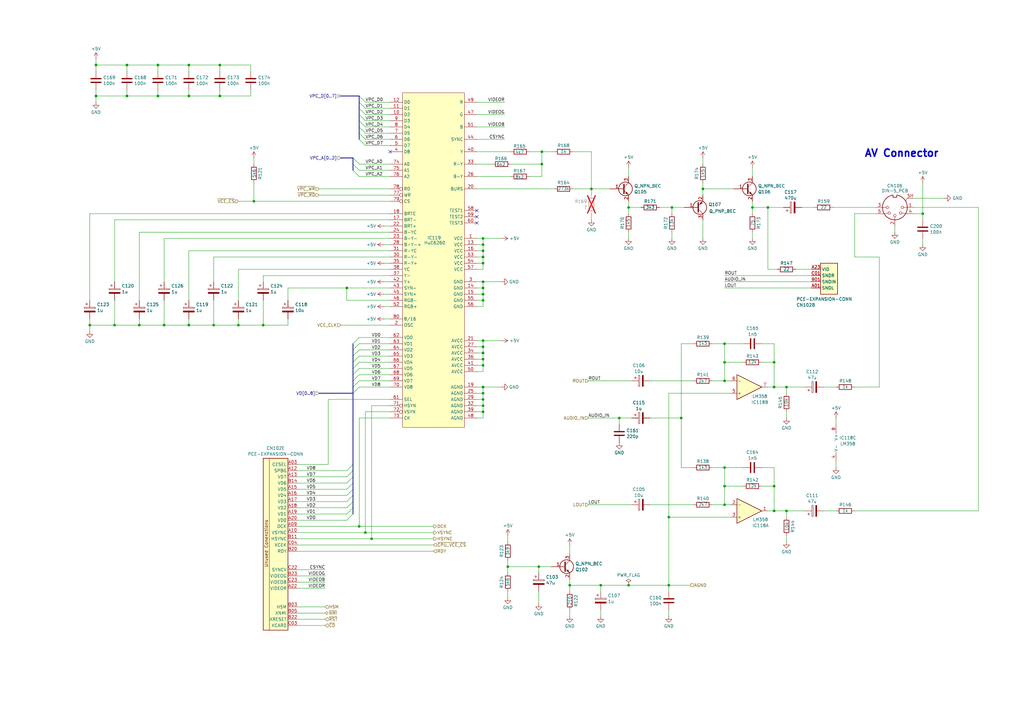
<source format=kicad_sch>
(kicad_sch (version 20231120) (generator "eeschema") (generator_version "8.0")
  (paper "A3")
  (title_block (title "PC-Engine SuperGrafx Schematics") (date "2024-04-18") (rev "0.1") (company "Author: Regis Galland") (comment 1 "Reversed Engineered Schematics from actual PCB"))
  (junction (at 198.12 161.29))
  (junction (at 90.17 26.67))
  (junction (at 297.18 199.39))
  (junction (at 52.07 26.67))
  (junction (at 198.12 107.95))
  (junction (at 254 171.45))
  (junction (at 64.77 39.37))
  (junction (at 297.18 191.77))
  (junction (at 222.25 67.31))
  (junction (at 274.32 212.09))
  (junction (at 297.18 156.21))
  (junction (at 90.17 39.37))
  (junction (at 246.38 240.03))
  (junction (at 317.5 148.59))
  (junction (at 77.47 39.37))
  (junction (at 220.98 232.41))
  (junction (at 198.12 115.57))
  (junction (at 39.37 26.67))
  (junction (at 257.81 85.09))
  (junction (at 378.46 87.63))
  (junction (at 198.12 147.32))
  (junction (at 198.12 166.37))
  (junction (at 274.32 240.03))
  (junction (at 152.4 220.98))
  (junction (at 208.28 232.41))
  (junction (at 308.61 85.09))
  (junction (at 198.12 163.83))
  (junction (at 317.5 158.75))
  (junction (at 198.12 97.79))
  (junction (at 198.12 118.11))
  (junction (at 198.12 102.87))
  (junction (at 198.12 139.7))
  (junction (at 97.79 133.35))
  (junction (at 64.77 26.67))
  (junction (at 297.18 207.01))
  (junction (at 198.12 149.86))
  (junction (at 142.24 118.11))
  (junction (at 39.37 39.37))
  (junction (at 322.58 158.75))
  (junction (at 67.31 133.35))
  (junction (at 87.63 133.35))
  (junction (at 257.81 240.03))
  (junction (at 317.5 209.55))
  (junction (at 317.5 199.39))
  (junction (at 149.86 218.44))
  (junction (at 46.99 133.35))
  (junction (at 198.12 123.19))
  (junction (at 198.12 100.33))
  (junction (at 275.59 85.09))
  (junction (at 77.47 26.67))
  (junction (at 297.18 148.59))
  (junction (at 242.57 77.47))
  (junction (at 198.12 105.41))
  (junction (at 198.12 144.78))
  (junction (at 147.32 215.9))
  (junction (at 279.4 171.45))
  (junction (at 57.15 133.35))
  (junction (at 52.07 39.37))
  (junction (at 198.12 142.24))
  (junction (at 198.12 120.65))
  (junction (at 233.68 240.03))
  (junction (at 36.83 133.35))
  (junction (at 107.95 133.35))
  (junction (at 314.96 85.09))
  (junction (at 198.12 168.91))
  (junction (at 222.25 62.23))
  (junction (at 104.14 82.55))
  (junction (at 288.29 77.47))
  (junction (at 77.47 133.35))
  (junction (at 297.18 140.97))
  (junction (at 322.58 209.55))
  (junction (at 198.12 158.75))
  (no_connect (at 195.58 91.44))
  (no_connect (at 160.02 62.23))
  (no_connect (at 195.58 88.9))
  (no_connect (at 195.58 86.36))
  (bus_entry (at 147.32 138.43) (size -2.54 2.54))
  (bus_entry (at 147.32 54.61) (size 2.54 2.54))
  (bus_entry (at 147.32 49.53) (size 2.54 2.54))
  (bus_entry (at 147.32 39.37) (size 2.54 2.54))
  (bus_entry (at 142.24 208.28) (size 2.54 -2.54))
  (bus_entry (at 147.32 57.15) (size 2.54 2.54))
  (bus_entry (at 147.32 143.51) (size -2.54 2.54))
  (bus_entry (at 147.32 41.91) (size 2.54 2.54))
  (bus_entry (at 142.24 213.36) (size 2.54 -2.54))
  (bus_entry (at 142.24 203.2) (size 2.54 -2.54))
  (bus_entry (at 147.32 46.99) (size 2.54 2.54))
  (bus_entry (at 147.32 156.21) (size -2.54 2.54))
  (bus_entry (at 142.24 210.82) (size 2.54 -2.54))
  (bus_entry (at 147.32 151.13) (size -2.54 2.54))
  (bus_entry (at 147.32 146.05) (size -2.54 2.54))
  (bus_entry (at 142.24 205.74) (size 2.54 -2.54))
  (bus_entry (at 147.32 153.67) (size -2.54 2.54))
  (bus_entry (at 142.24 198.12) (size 2.54 -2.54))
  (bus_entry (at 147.32 67.31) (size -2.54 -2.54))
  (bus_entry (at 147.32 140.97) (size -2.54 2.54))
  (bus_entry (at 147.32 69.85) (size -2.54 -2.54))
  (bus_entry (at 147.32 44.45) (size 2.54 2.54))
  (bus_entry (at 147.32 158.75) (size -2.54 2.54))
  (bus_entry (at 147.32 52.07) (size 2.54 2.54))
  (bus_entry (at 147.32 148.59) (size -2.54 2.54))
  (bus_entry (at 142.24 193.04) (size 2.54 -2.54))
  (bus_entry (at 142.24 195.58) (size 2.54 -2.54))
  (bus_entry (at 147.32 72.39) (size -2.54 -2.54))
  (bus_entry (at 142.24 200.66) (size 2.54 -2.54))
  (wire (pts (xy 67.31 97.79) (xy 160.02 97.79)))
  (wire (pts (xy 297.18 207.01) (xy 297.18 199.39)))
  (bus (pts (xy 144.78 146.05) (xy 144.78 148.59)))
  (wire (pts (xy 195.58 120.65) (xy 198.12 120.65)))
  (wire (pts (xy 102.87 39.37) (xy 102.87 36.83)))
  (wire (pts (xy 322.58 209.55) (xy 322.58 212.09)))
  (wire (pts (xy 317.5 140.97) (xy 312.42 140.97)))
  (wire (pts (xy 195.58 118.11) (xy 198.12 118.11)))
  (wire (pts (xy 64.77 26.67) (xy 64.77 29.21)))
  (wire (pts (xy 77.47 39.37) (xy 77.47 36.83)))
  (bus (pts (xy 147.32 39.37) (xy 147.32 41.91)))
  (wire (pts (xy 160.02 123.19) (xy 142.24 123.19)))
  (wire (pts (xy 378.46 74.93) (xy 378.46 87.63)))
  (wire (pts (xy 246.38 242.57) (xy 246.38 240.03)))
  (bus (pts (xy 144.78 198.12) (xy 144.78 195.58)))
  (wire (pts (xy 133.35 238.76) (xy 121.92 238.76)))
  (wire (pts (xy 401.32 85.09) (xy 401.32 209.55)))
  (wire (pts (xy 195.58 97.79) (xy 198.12 97.79)))
  (wire (pts (xy 142.24 198.12) (xy 121.92 198.12)))
  (bus (pts (xy 147.32 49.53) (xy 147.32 52.07)))
  (wire (pts (xy 304.8 148.59) (xy 297.18 148.59)))
  (wire (pts (xy 222.25 62.23) (xy 227.33 62.23)))
  (wire (pts (xy 341.63 85.09) (xy 359.41 85.09)))
  (wire (pts (xy 342.9 171.45) (xy 342.9 173.99)))
  (wire (pts (xy 297.18 140.97) (xy 297.18 148.59)))
  (wire (pts (xy 274.32 240.03) (xy 283.21 240.03)))
  (wire (pts (xy 139.7 133.35) (xy 160.02 133.35)))
  (wire (pts (xy 208.28 245.11) (xy 208.28 242.57)))
  (wire (pts (xy 374.65 85.09) (xy 401.32 85.09)))
  (wire (pts (xy 233.68 240.03) (xy 233.68 242.57)))
  (wire (pts (xy 152.4 166.37) (xy 152.4 220.98)))
  (wire (pts (xy 36.83 133.35) (xy 36.83 135.89)))
  (wire (pts (xy 134.62 190.5) (xy 134.62 163.83)))
  (wire (pts (xy 208.28 229.87) (xy 208.28 232.41)))
  (wire (pts (xy 274.32 212.09) (xy 299.72 212.09)))
  (wire (pts (xy 133.35 248.92) (xy 121.92 248.92)))
  (wire (pts (xy 39.37 39.37) (xy 52.07 39.37)))
  (wire (pts (xy 220.98 232.41) (xy 220.98 234.95)))
  (wire (pts (xy 226.06 232.41) (xy 220.98 232.41)))
  (wire (pts (xy 198.12 120.65) (xy 198.12 118.11)))
  (wire (pts (xy 208.28 232.41) (xy 220.98 232.41)))
  (bus (pts (xy 144.78 153.67) (xy 144.78 156.21)))
  (wire (pts (xy 149.86 57.15) (xy 160.02 57.15)))
  (wire (pts (xy 147.32 215.9) (xy 147.32 171.45)))
  (wire (pts (xy 90.17 29.21) (xy 90.17 26.67)))
  (wire (pts (xy 350.52 158.75) (xy 360.68 158.75)))
  (wire (pts (xy 195.58 123.19) (xy 198.12 123.19)))
  (wire (pts (xy 52.07 26.67) (xy 52.07 29.21)))
  (bus (pts (xy 144.78 151.13) (xy 144.78 153.67)))
  (wire (pts (xy 367.03 92.71) (xy 367.03 95.25)))
  (wire (pts (xy 342.9 209.55) (xy 337.82 209.55)))
  (wire (pts (xy 195.58 107.95) (xy 198.12 107.95)))
  (wire (pts (xy 279.4 171.45) (xy 266.7 171.45)))
  (wire (pts (xy 133.35 241.3) (xy 121.92 241.3)))
  (wire (pts (xy 195.58 110.49) (xy 198.12 110.49)))
  (wire (pts (xy 130.81 80.01) (xy 160.02 80.01)))
  (wire (pts (xy 157.48 125.73) (xy 160.02 125.73)))
  (wire (pts (xy 322.58 158.75) (xy 317.5 158.75)))
  (wire (pts (xy 350.52 87.63) (xy 350.52 105.41)))
  (wire (pts (xy 257.81 85.09) (xy 262.89 85.09)))
  (wire (pts (xy 208.28 232.41) (xy 208.28 234.95)))
  (wire (pts (xy 46.99 133.35) (xy 36.83 133.35)))
  (wire (pts (xy 147.32 146.05) (xy 160.02 146.05)))
  (wire (pts (xy 118.11 118.11) (xy 142.24 118.11)))
  (wire (pts (xy 107.95 123.19) (xy 107.95 133.35)))
  (wire (pts (xy 195.58 142.24) (xy 198.12 142.24)))
  (wire (pts (xy 198.12 149.86) (xy 198.12 147.32)))
  (bus (pts (xy 144.78 200.66) (xy 144.78 198.12)))
  (wire (pts (xy 198.12 163.83) (xy 198.12 161.29)))
  (wire (pts (xy 147.32 148.59) (xy 160.02 148.59)))
  (wire (pts (xy 97.79 82.55) (xy 104.14 82.55)))
  (wire (pts (xy 257.81 240.03) (xy 274.32 240.03)))
  (wire (pts (xy 222.25 62.23) (xy 222.25 67.31)))
  (wire (pts (xy 118.11 130.81) (xy 118.11 133.35)))
  (wire (pts (xy 142.24 123.19) (xy 142.24 118.11)))
  (wire (pts (xy 142.24 195.58) (xy 121.92 195.58)))
  (wire (pts (xy 57.15 133.35) (xy 46.99 133.35)))
  (wire (pts (xy 147.32 143.51) (xy 160.02 143.51)))
  (wire (pts (xy 297.18 118.11) (xy 332.74 118.11)))
  (wire (pts (xy 147.32 69.85) (xy 160.02 69.85)))
  (wire (pts (xy 317.5 199.39) (xy 317.5 209.55)))
  (wire (pts (xy 326.39 110.49) (xy 332.74 110.49)))
  (wire (pts (xy 314.96 110.49) (xy 314.96 85.09)))
  (wire (pts (xy 195.58 67.31) (xy 201.93 67.31)))
  (bus (pts (xy 144.78 161.29) (xy 130.81 161.29)))
  (wire (pts (xy 107.95 113.03) (xy 107.95 115.57)))
  (wire (pts (xy 177.8 223.52) (xy 121.92 223.52)))
  (wire (pts (xy 152.4 220.98) (xy 177.8 220.98)))
  (wire (pts (xy 90.17 39.37) (xy 102.87 39.37)))
  (wire (pts (xy 297.18 156.21) (xy 297.18 148.59)))
  (wire (pts (xy 157.48 92.71) (xy 160.02 92.71)))
  (wire (pts (xy 67.31 133.35) (xy 57.15 133.35)))
  (wire (pts (xy 198.12 115.57) (xy 205.74 115.57)))
  (wire (pts (xy 157.48 100.33) (xy 160.02 100.33)))
  (wire (pts (xy 36.83 87.63) (xy 36.83 123.19)))
  (bus (pts (xy 144.78 208.28) (xy 144.78 205.74)))
  (wire (pts (xy 160.02 105.41) (xy 87.63 105.41)))
  (wire (pts (xy 90.17 36.83) (xy 90.17 39.37)))
  (wire (pts (xy 52.07 39.37) (xy 52.07 36.83)))
  (wire (pts (xy 284.48 207.01) (xy 266.7 207.01)))
  (bus (pts (xy 139.7 64.77) (xy 144.78 64.77)))
  (wire (pts (xy 142.24 213.36) (xy 121.92 213.36)))
  (wire (pts (xy 299.72 161.29) (xy 274.32 161.29)))
  (wire (pts (xy 160.02 166.37) (xy 152.4 166.37)))
  (wire (pts (xy 279.4 171.45) (xy 279.4 191.77)))
  (wire (pts (xy 242.57 77.47) (xy 242.57 80.01)))
  (wire (pts (xy 147.32 151.13) (xy 160.02 151.13)))
  (wire (pts (xy 297.18 207.01) (xy 292.1 207.01)))
  (wire (pts (xy 207.01 52.07) (xy 195.58 52.07)))
  (wire (pts (xy 198.12 139.7) (xy 205.74 139.7)))
  (wire (pts (xy 297.18 156.21) (xy 292.1 156.21)))
  (wire (pts (xy 195.58 158.75) (xy 198.12 158.75)))
  (wire (pts (xy 195.58 149.86) (xy 198.12 149.86)))
  (wire (pts (xy 322.58 219.71) (xy 322.58 222.25)))
  (wire (pts (xy 220.98 242.57) (xy 220.98 247.65)))
  (bus (pts (xy 144.78 158.75) (xy 144.78 161.29)))
  (wire (pts (xy 39.37 39.37) (xy 39.37 36.83)))
  (wire (pts (xy 195.58 161.29) (xy 198.12 161.29)))
  (wire (pts (xy 195.58 62.23) (xy 209.55 62.23)))
  (wire (pts (xy 378.46 97.79) (xy 378.46 100.33)))
  (wire (pts (xy 133.35 233.68) (xy 121.92 233.68)))
  (bus (pts (xy 147.32 54.61) (xy 147.32 57.15)))
  (wire (pts (xy 246.38 240.03) (xy 257.81 240.03)))
  (wire (pts (xy 130.81 77.47) (xy 160.02 77.47)))
  (wire (pts (xy 317.5 148.59) (xy 312.42 148.59)))
  (wire (pts (xy 317.5 191.77) (xy 312.42 191.77)))
  (wire (pts (xy 350.52 209.55) (xy 401.32 209.55)))
  (wire (pts (xy 317.5 148.59) (xy 317.5 158.75)))
  (wire (pts (xy 314.96 209.55) (xy 317.5 209.55)))
  (wire (pts (xy 149.86 59.69) (xy 160.02 59.69)))
  (wire (pts (xy 330.2 158.75) (xy 322.58 158.75)))
  (wire (pts (xy 149.86 54.61) (xy 160.02 54.61)))
  (wire (pts (xy 134.62 163.83) (xy 160.02 163.83)))
  (wire (pts (xy 288.29 80.01) (xy 288.29 77.47)))
  (wire (pts (xy 288.29 90.17) (xy 288.29 97.79)))
  (wire (pts (xy 274.32 240.03) (xy 274.32 242.57)))
  (wire (pts (xy 195.58 144.78) (xy 198.12 144.78)))
  (wire (pts (xy 147.32 153.67) (xy 160.02 153.67)))
  (wire (pts (xy 322.58 209.55) (xy 317.5 209.55)))
  (wire (pts (xy 317.5 158.75) (xy 314.96 158.75)))
  (wire (pts (xy 142.24 205.74) (xy 121.92 205.74)))
  (wire (pts (xy 133.35 236.22) (xy 121.92 236.22)))
  (wire (pts (xy 87.63 133.35) (xy 87.63 123.19)))
  (wire (pts (xy 317.5 191.77) (xy 317.5 199.39)))
  (wire (pts (xy 157.48 120.65) (xy 160.02 120.65)))
  (wire (pts (xy 246.38 250.19) (xy 246.38 252.73)))
  (wire (pts (xy 207.01 46.99) (xy 195.58 46.99)))
  (wire (pts (xy 374.65 87.63) (xy 378.46 87.63)))
  (wire (pts (xy 234.95 62.23) (xy 242.57 62.23)))
  (bus (pts (xy 144.78 161.29) (xy 144.78 190.5)))
  (wire (pts (xy 133.35 251.46) (xy 121.92 251.46)))
  (wire (pts (xy 195.58 77.47) (xy 227.33 77.47)))
  (wire (pts (xy 198.12 158.75) (xy 205.74 158.75)))
  (wire (pts (xy 97.79 130.81) (xy 97.79 133.35)))
  (bus (pts (xy 144.78 148.59) (xy 144.78 151.13)))
  (wire (pts (xy 360.68 105.41) (xy 360.68 158.75)))
  (bus (pts (xy 144.78 195.58) (xy 144.78 193.04)))
  (wire (pts (xy 299.72 207.01) (xy 297.18 207.01)))
  (wire (pts (xy 359.41 87.63) (xy 350.52 87.63)))
  (wire (pts (xy 195.58 125.73) (xy 198.12 125.73)))
  (wire (pts (xy 142.24 118.11) (xy 160.02 118.11)))
  (wire (pts (xy 198.12 107.95) (xy 198.12 105.41)))
  (bus (pts (xy 144.78 140.97) (xy 144.78 143.51)))
  (wire (pts (xy 149.86 218.44) (xy 177.8 218.44)))
  (wire (pts (xy 157.48 107.95) (xy 160.02 107.95)))
  (wire (pts (xy 288.29 77.47) (xy 288.29 74.93)))
  (wire (pts (xy 64.77 26.67) (xy 77.47 26.67)))
  (wire (pts (xy 308.61 68.58) (xy 308.61 72.39)))
  (wire (pts (xy 46.99 123.19) (xy 46.99 133.35)))
  (wire (pts (xy 77.47 102.87) (xy 77.47 123.19)))
  (wire (pts (xy 241.3 171.45) (xy 254 171.45)))
  (wire (pts (xy 350.52 105.41) (xy 360.68 105.41)))
  (wire (pts (xy 147.32 156.21) (xy 160.02 156.21)))
  (wire (pts (xy 121.92 215.9) (xy 147.32 215.9)))
  (wire (pts (xy 222.25 72.39) (xy 222.25 67.31)))
  (wire (pts (xy 233.68 223.52) (xy 233.68 227.33)))
  (wire (pts (xy 142.24 208.28) (xy 121.92 208.28)))
  (wire (pts (xy 378.46 90.17) (xy 378.46 87.63)))
  (wire (pts (xy 157.48 130.81) (xy 160.02 130.81)))
  (wire (pts (xy 317.5 140.97) (xy 317.5 148.59)))
  (wire (pts (xy 284.48 140.97) (xy 279.4 140.97)))
  (wire (pts (xy 284.48 191.77) (xy 279.4 191.77)))
  (wire (pts (xy 217.17 72.39) (xy 222.25 72.39)))
  (wire (pts (xy 308.61 85.09) (xy 314.96 85.09)))
  (wire (pts (xy 254 171.45) (xy 259.08 171.45)))
  (wire (pts (xy 149.86 41.91) (xy 160.02 41.91)))
  (wire (pts (xy 160.02 87.63) (xy 36.83 87.63)))
  (wire (pts (xy 275.59 87.63) (xy 275.59 85.09)))
  (wire (pts (xy 304.8 140.97) (xy 297.18 140.97)))
  (wire (pts (xy 147.32 67.31) (xy 160.02 67.31)))
  (wire (pts (xy 332.74 113.03) (xy 297.18 113.03)))
  (wire (pts (xy 374.65 81.28) (xy 387.35 81.28)))
  (bus (pts (xy 144.78 156.21) (xy 144.78 158.75)))
  (wire (pts (xy 149.86 168.91) (xy 149.86 218.44)))
  (wire (pts (xy 87.63 133.35) (xy 97.79 133.35)))
  (wire (pts (xy 257.81 97.79) (xy 257.81 95.25)))
  (wire (pts (xy 147.32 72.39) (xy 160.02 72.39)))
  (wire (pts (xy 254 171.45) (xy 254 173.99)))
  (wire (pts (xy 97.79 110.49) (xy 160.02 110.49)))
  (wire (pts (xy 67.31 123.19) (xy 67.31 133.35)))
  (wire (pts (xy 322.58 158.75) (xy 322.58 161.29)))
  (wire (pts (xy 147.32 215.9) (xy 177.8 215.9)))
  (wire (pts (xy 195.58 100.33) (xy 198.12 100.33)))
  (wire (pts (xy 87.63 105.41) (xy 87.63 115.57)))
  (wire (pts (xy 297.18 140.97) (xy 292.1 140.97)))
  (wire (pts (xy 299.72 156.21) (xy 297.18 156.21)))
  (wire (pts (xy 198.12 123.19) (xy 198.12 120.65)))
  (wire (pts (xy 241.3 156.21) (xy 259.08 156.21)))
  (wire (pts (xy 195.58 152.4) (xy 198.12 152.4)))
  (wire (pts (xy 198.12 144.78) (xy 198.12 142.24)))
  (wire (pts (xy 160.02 90.17) (xy 46.99 90.17)))
  (wire (pts (xy 118.11 133.35) (xy 107.95 133.35)))
  (wire (pts (xy 207.01 57.15) (xy 195.58 57.15)))
  (wire (pts (xy 308.61 95.25) (xy 308.61 97.79)))
  (wire (pts (xy 39.37 24.13) (xy 39.37 26.67)))
  (wire (pts (xy 195.58 168.91) (xy 198.12 168.91)))
  (wire (pts (xy 317.5 199.39) (xy 312.42 199.39)))
  (wire (pts (xy 52.07 39.37) (xy 64.77 39.37)))
  (wire (pts (xy 198.12 142.24) (xy 198.12 139.7)))
  (wire (pts (xy 198.12 171.45) (xy 198.12 168.91)))
  (wire (pts (xy 149.86 49.53) (xy 160.02 49.53)))
  (wire (pts (xy 160.02 168.91) (xy 149.86 168.91)))
  (wire (pts (xy 297.18 191.77) (xy 297.18 199.39)))
  (wire (pts (xy 284.48 156.21) (xy 266.7 156.21)))
  (wire (pts (xy 279.4 140.97) (xy 279.4 171.45)))
  (wire (pts (xy 195.58 102.87) (xy 198.12 102.87)))
  (wire (pts (xy 67.31 115.57) (xy 67.31 97.79)))
  (wire (pts (xy 104.14 64.77) (xy 104.14 67.31)))
  (wire (pts (xy 64.77 39.37) (xy 77.47 39.37)))
  (wire (pts (xy 97.79 123.19) (xy 97.79 110.49)))
  (wire (pts (xy 297.18 191.77) (xy 292.1 191.77)))
  (wire (pts (xy 195.58 171.45) (xy 198.12 171.45)))
  (wire (pts (xy 342.9 158.75) (xy 337.82 158.75)))
  (wire (pts (xy 90.17 26.67) (xy 102.87 26.67)))
  (wire (pts (xy 77.47 130.81) (xy 77.47 133.35)))
  (bus (pts (xy 144.78 203.2) (xy 144.78 200.66)))
  (wire (pts (xy 160.02 102.87) (xy 77.47 102.87)))
  (wire (pts (xy 77.47 133.35) (xy 87.63 133.35)))
  (wire (pts (xy 149.86 44.45) (xy 160.02 44.45)))
  (wire (pts (xy 36.83 130.81) (xy 36.83 133.35)))
  (wire (pts (xy 142.24 203.2) (xy 121.92 203.2)))
  (wire (pts (xy 133.35 254) (xy 121.92 254)))
  (wire (pts (xy 121.92 220.98) (xy 152.4 220.98)))
  (wire (pts (xy 160.02 113.03) (xy 107.95 113.03)))
  (wire (pts (xy 195.58 163.83) (xy 198.12 163.83)))
  (wire (pts (xy 233.68 237.49) (xy 233.68 240.03)))
  (wire (pts (xy 77.47 133.35) (xy 67.31 133.35)))
  (wire (pts (xy 102.87 26.67) (xy 102.87 29.21)))
  (wire (pts (xy 304.8 191.77) (xy 297.18 191.77)))
  (bus (pts (xy 147.32 52.07) (xy 147.32 54.61)))
  (wire (pts (xy 77.47 39.37) (xy 90.17 39.37)))
  (bus (pts (xy 147.32 46.99) (xy 147.32 49.53)))
  (wire (pts (xy 107.95 133.35) (xy 97.79 133.35)))
  (wire (pts (xy 198.12 161.29) (xy 198.12 158.75)))
  (bus (pts (xy 144.78 193.04) (xy 144.78 190.5)))
  (wire (pts (xy 121.92 218.44) (xy 149.86 218.44)))
  (bus (pts (xy 147.32 41.91) (xy 147.32 44.45)))
  (wire (pts (xy 39.37 26.67) (xy 39.37 29.21)))
  (wire (pts (xy 257.81 82.55) (xy 257.81 85.09)))
  (wire (pts (xy 195.58 72.39) (xy 209.55 72.39)))
  (bus (pts (xy 144.78 210.82) (xy 144.78 208.28)))
  (wire (pts (xy 330.2 209.55) (xy 322.58 209.55)))
  (wire (pts (xy 304.8 199.39) (xy 297.18 199.39)))
  (wire (pts (xy 314.96 110.49) (xy 318.77 110.49)))
  (wire (pts (xy 39.37 41.91) (xy 39.37 39.37)))
  (wire (pts (xy 147.32 138.43) (xy 160.02 138.43)))
  (wire (pts (xy 147.32 158.75) (xy 160.02 158.75)))
  (wire (pts (xy 147.32 140.97) (xy 160.02 140.97)))
  (wire (pts (xy 234.95 77.47) (xy 242.57 77.47)))
  (wire (pts (xy 314.96 85.09) (xy 321.31 85.09)))
  (wire (pts (xy 308.61 82.55) (xy 308.61 85.09)))
  (wire (pts (xy 198.12 147.32) (xy 198.12 144.78)))
  (wire (pts (xy 198.12 118.11) (xy 198.12 115.57)))
  (wire (pts (xy 198.12 100.33) (xy 198.12 97.79)))
  (wire (pts (xy 322.58 168.91) (xy 322.58 171.45)))
  (wire (pts (xy 250.19 77.47) (xy 242.57 77.47)))
  (wire (pts (xy 198.12 166.37) (xy 198.12 163.83)))
  (wire (pts (xy 142.24 210.82) (xy 121.92 210.82)))
  (wire (pts (xy 242.57 90.17) (xy 242.57 87.63)))
  (bus (pts (xy 144.78 69.85) (xy 144.78 67.31)))
  (wire (pts (xy 342.9 189.23) (xy 342.9 191.77)))
  (wire (pts (xy 64.77 39.37) (xy 64.77 36.83)))
  (wire (pts (xy 77.47 26.67) (xy 77.47 29.21)))
  (bus (pts (xy 144.78 143.51) (xy 144.78 146.05)))
  (wire (pts (xy 198.12 97.79) (xy 205.74 97.79)))
  (wire (pts (xy 52.07 26.67) (xy 64.77 26.67)))
  (wire (pts (xy 198.12 125.73) (xy 198.12 123.19)))
  (bus (pts (xy 139.7 39.37) (xy 147.32 39.37)))
  (wire (pts (xy 142.24 193.04) (xy 121.92 193.04)))
  (wire (pts (xy 57.15 130.81) (xy 57.15 133.35)))
  (wire (pts (xy 177.8 226.06) (xy 121.92 226.06)))
  (wire (pts (xy 198.12 105.41) (xy 198.12 102.87)))
  (wire (pts (xy 104.14 82.55) (xy 160.02 82.55)))
  (wire (pts (xy 257.81 85.09) (xy 257.81 87.63)))
  (wire (pts (xy 308.61 85.09) (xy 308.61 87.63)))
  (wire (pts (xy 195.58 166.37) (xy 198.12 166.37)))
  (wire (pts (xy 149.86 52.07) (xy 160.02 52.07)))
  (wire (pts (xy 77.47 26.67) (xy 90.17 26.67)))
  (wire (pts (xy 233.68 240.03) (xy 246.38 240.03)))
  (wire (pts (xy 195.58 105.41) (xy 198.12 105.41)))
  (wire (pts (xy 157.48 115.57) (xy 160.02 115.57)))
  (wire (pts (xy 242.57 62.23) (xy 242.57 77.47)))
  (wire (pts (xy 274.32 212.09) (xy 274.32 240.03)))
  (wire (pts (xy 233.68 250.19) (xy 233.68 252.73)))
  (wire (pts (xy 334.01 85.09) (xy 328.93 85.09)))
  (wire (pts (xy 208.28 219.71) (xy 208.28 222.25)))
  (wire (pts (xy 274.32 252.73) (xy 274.32 250.19)))
  (wire (pts (xy 288.29 77.47) (xy 300.99 77.47)))
  (wire (pts (xy 121.92 190.5) (xy 134.62 190.5)))
  (wire (pts (xy 275.59 97.79) (xy 275.59 95.25)))
  (wire (pts (xy 217.17 62.23) (xy 222.25 62.23)))
  (wire (pts (xy 46.99 90.17) (xy 46.99 115.57)))
  (wire (pts (xy 241.3 207.01) (xy 259.08 207.01)))
  (wire (pts (xy 195.58 147.32) (xy 198.12 147.32)))
  (wire (pts (xy 149.86 46.99) (xy 160.02 46.99)))
  (wire (pts (xy 142.24 200.66) (xy 121.92 200.66)))
  (wire (pts (xy 207.01 41.91) (xy 195.58 41.91)))
  (wire (pts (xy 195.58 139.7) (xy 198.12 139.7)))
  (wire (pts (xy 133.35 256.54) (xy 121.92 256.54)))
  (wire (pts (xy 288.29 64.77) (xy 288.29 67.31)))
  (wire (pts (xy 104.14 74.93) (xy 104.14 82.55)))
  (wire (pts (xy 257.81 68.58) (xy 257.81 72.39)))
  (wire (pts (xy 198.12 110.49) (xy 198.12 107.95)))
  (wire (pts (xy 198.12 168.91) (xy 198.12 166.37)))
  (wire (pts (xy 198.12 102.87) (xy 198.12 100.33)))
  (wire (pts (xy 160.02 95.25) (xy 57.15 95.25)))
  (bus (pts (xy 144.78 67.31) (xy 144.78 64.77)))
  (wire (pts (xy 274.32 161.29) (xy 274.32 212.09)))
  (wire (pts (xy 198.12 152.4) (xy 198.12 149.86)))
  (wire (pts (xy 270.51 85.09) (xy 275.59 85.09)))
  (wire (pts (xy 39.37 26.67) (xy 52.07 26.67)))
  (wire (pts (xy 275.59 85.09) (xy 280.67 85.09)))
  (bus (pts (xy 144.78 205.74) (xy 144.78 203.2)))
  (wire (pts (xy 118.11 123.19) (xy 118.11 118.11)))
  (wire (pts (xy 57.15 95.25) (xy 57.15 123.19)))
  (wire (pts (xy 195.58 115.57) (xy 198.12 115.57)))
  (wire (pts (xy 209.55 67.31) (xy 222.25 67.31)))
  (bus (pts (xy 147.32 44.45) (xy 147.32 46.99)))
  (wire (pts (xy 147.32 171.45) (xy 160.02 171.45)))
  (wire (pts (xy 332.74 115.57) (xy 297.18 115.57)))
  (text "AV Connector" (at 369.824 62.992 0) (effects (font (size 3 3) (thickness 0.6) (bold yes))))
  (label "VPC_D0" (at 149.86 41.91 0))
  (label "VPC_D5" (at 149.86 54.61 0))
  (label "VD6" (at 125.73 198.12 0))
  (label "VD0" (at 125.73 213.36 0))
  (label "VD8" (at 125.73 193.04 0))
  (label "VIDEOR" (at 207.01 41.91 180))
  (label "VD4" (at 152.4 148.59 0))
  (label "VD2" (at 152.4 143.51 0))
  (label "VPC_D7" (at 149.86 59.69 0))
  (label "VPC_A2" (at 149.86 72.39 0))
  (label "VD0" (at 152.4 138.43 0))
  (label "VIDEOR" (at 133.35 241.3 180))
  (label "ROUT" (at 241.3 156.21 0))
  (label "VD2" (at 125.73 208.28 0))
  (label "VD1" (at 152.4 140.97 0))
  (label "VIDEOB" (at 207.01 52.07 180))
  (label "VD5" (at 152.4 151.13 0))
  (label "CSYNC" (at 207.01 57.15 180))
  (label "AUDIO_IN" (at 297.18 115.57 0))
  (label "VPC_D2" (at 149.86 46.99 0))
  (label "VD7" (at 125.73 195.58 0))
  (label "VPC_D1" (at 149.86 44.45 0))
  (label "VD3" (at 125.73 205.74 0))
  (label "VPC_D3" (at 149.86 49.53 0))
  (label "LOUT" (at 241.3 207.01 0))
  (label "VIDEOB" (at 133.35 238.76 180))
  (label "CSYNC" (at 133.35 233.68 180))
  (label "LOUT" (at 297.18 118.11 0))
  (label "VD3" (at 152.4 146.05 0))
  (label "VPC_D4" (at 149.86 52.07 0))
  (label "VD4" (at 125.73 203.2 0))
  (label "VPC_A0" (at 149.86 67.31 0))
  (label "VD5" (at 125.73 200.66 0))
  (label "VPC_A1" (at 149.86 69.85 0))
  (label "VD1" (at 125.73 210.82 0))
  (label "VD8" (at 152.4 158.75 0))
  (label "VD6" (at 152.4 153.67 0))
  (label "VIDEOG" (at 207.01 46.99 180))
  (label "ROUT" (at 297.18 113.03 0))
  (label "AUDIO_IN" (at 241.3 171.45 0))
  (label "VPC_D6" (at 149.86 57.15 0))
  (label "VIDEOG" (at 133.35 236.22 180))
  (label "VD7" (at 152.4 156.21 0))
  (hierarchical_label "VCE_CLK" (shape input) (at 139.7 133.35 180))
  (hierarchical_label "~{CPU_VCE_CS}" (shape input) (at 177.8 223.52 0))
  (hierarchical_label "HSM" (shape input) (at 133.35 248.92 0))
  (hierarchical_label "~{CD}" (shape input) (at 133.35 256.54 0))
  (hierarchical_label "VPC_A[0..2]" (shape input) (at 139.7 64.77 180))
  (hierarchical_label "LOUT" (shape input) (at 241.3 207.01 180))
  (hierarchical_label "~{VPC_RD}" (shape input) (at 130.81 80.01 180))
  (hierarchical_label "VD[0..8]" (shape input) (at 130.81 161.29 180))
  (hierarchical_label "RDY" (shape input) (at 177.8 226.06 0))
  (hierarchical_label "~{NMI}" (shape tri_state) (at 133.35 251.46 0))
  (hierarchical_label "AUDIO_IN" (shape input) (at 241.3 171.45 180))
  (hierarchical_label "DCK" (shape output) (at 177.8 215.9 0))
  (hierarchical_label "HSYNC" (shape output) (at 177.8 220.98 0))
  (hierarchical_label "~{RST}" (shape input) (at 133.35 254 0))
  (hierarchical_label "AGND" (shape passive) (at 283.21 240.03 0))
  (hierarchical_label "VPC_D[0..7]" (shape bidirectional) (at 139.7 39.37 180))
  (hierarchical_label "~{VPC_WR}" (shape input) (at 130.81 77.47 180))
  (hierarchical_label "VSYNC" (shape output) (at 177.8 218.44 0))
  (hierarchical_label "~{VCE_CS}" (shape input) (at 97.79 82.55 180))
  (hierarchical_label "ROUT" (shape input) (at 241.3 156.21 180))
  (symbol (lib_id "Device:R") (at 208.28 238.76 0) (unit 1)
    (property "Reference" "R124" (at 205.74 238.76 90))
    (property "Value" "5k6" (at 208.1643 238.76 90))
    (property "Description" "Resistor" (effects (hide yes)))
  )
  (symbol (lib_id "Device:C_Polarized") (at 87.63 119.38 0) (unit 1)
    (property "Reference" "C122" (at 90.551 117.2788 0) (effects (justify left)))
    (property "Value" "1u" (at 90.551 119.7031 0) (effects (justify left)))
    (property "Description" "Polarized capacitor" (effects (hide yes)))
  )
  (symbol (lib_id "power:+5V") (at 157.48 115.57 90) (unit 1)
    (property "Reference" "#PWR0130" (effects (hide yes)))
    (property "Value" "+5V" (at 154.3051 115.57 90) (effects (justify left)))
    (property "Description" "Power symbol creates a global label with name \"+5V\"" (effects (hide yes)))
  )
  (symbol (lib_id "Device:Q_NPN_BEC") (at 306.07 77.47 0) (unit 1)
    (property "Reference" "Q106" (at 310.9214 78.6822 0) (effects (justify left)))
    (property "Value" "Q_NPN_BEC" (at 310.9214 76.2579 0) (effects (justify left)))
    (property "Description" "NPN transistor, base/emitter/collector" (effects (hide yes)))
  )
  (symbol (lib_id "SuperGrafx:DIN-5_PCB") (at 367.03 85.09 0) (unit 1)
    (property "Reference" "CN106" (at 367.03 76.2 0))
    (property "Value" "DIN-5_PCB" (at 367.03 78.232 0))
    (property "Datasheet" "https://www.kycon.com/Pub_Eng_Draw/KCDX-5S-N2.pdf" (effects (hide yes)))
    (property "Description" "Connector Circular DIN 5P R/A PCB RECPT" (effects (hide yes)))
  )
  (symbol (lib_id "Device:C_Polarized") (at 220.98 238.76 0) (unit 1)
    (property "Reference" "C103" (at 223.901 236.6588 0) (effects (justify left)))
    (property "Value" "47u" (at 223.901 239.0831 0) (effects (justify left)))
    (property "Description" "Polarized capacitor" (effects (hide yes)))
  )
  (symbol (lib_id "Device:R") (at 337.82 85.09 90) (mirror x) (unit 1)
    (property "Reference" "R159" (at 337.82 82.55 90))
    (property "Value" "22" (at 337.82 84.9743 90))
    (property "Description" "Resistor" (effects (hide yes)))
  )
  (symbol (lib_id "Device:C_Polarized") (at 334.01 158.75 90) (unit 1)
    (property "Reference" "C112" (at 333.121 152.4465 90))
    (property "Value" "47u" (at 333.121 154.8708 90))
    (property "Description" "Polarized capacitor" (effects (hide yes)))
  )
  (symbol (lib_id "power:GND") (at 36.83 135.89 0) (unit 1)
    (property "Reference" "#PWR0136" (effects (hide yes)))
    (property "Value" "GND" (at 36.83 140.0231 0))
    (property "Description" "Power symbol creates a global label with name \"GND\" , ground" (effects (hide yes)))
  )
  (symbol (lib_id "Device:C_Polarized") (at 334.01 209.55 90) (unit 1)
    (property "Reference" "C111" (at 333.121 203.2465 90))
    (property "Value" "47u" (at 333.121 205.6708 90))
    (property "Description" "Polarized capacitor" (effects (hide yes)))
  )
  (symbol (lib_id "Device:Q_NPN_BEC") (at 255.27 77.47 0) (unit 1)
    (property "Reference" "Q105" (at 260.1214 78.6822 0) (effects (justify left)))
    (property "Value" "Q_NPN_BEC" (at 260.1214 76.2579 0) (effects (justify left)))
    (property "Description" "NPN transistor, base/emitter/collector" (effects (hide yes)))
  )
  (symbol (lib_id "power:GND") (at 39.37 41.91 0) (unit 1)
    (property "Reference" "#PWR066" (effects (hide yes)))
    (property "Value" "GND" (at 39.37 46.0431 0))
    (property "Description" "Power symbol creates a global label with name \"GND\" , ground" (effects (hide yes)))
  )
  (symbol (lib_id "Amplifier_Operational:LM358") (at 345.44 181.61 0) (unit 3)
    (property "Reference" "IC118" (at 347.726 179.578 0))
    (property "Value" "LM358" (at 347.726 182.0023 0))
    (property "Datasheet" "http://www.ti.com/lit/ds/symlink/lm2904-n.pdf" (effects (hide yes)))
    (property "Description" "Low-Power, Dual Operational Amplifiers, DIP-8/SOIC-8/TO-99-8" (effects (hide yes)))
  )
  (symbol (lib_id "Device:R") (at 322.58 110.49 90) (mirror x) (unit 1)
    (property "Reference" "R147" (at 322.58 107.95 90))
    (property "Value" "22" (at 322.58 110.3743 90))
    (property "Description" "Resistor" (effects (hide yes)))
  )
  (symbol (lib_id "Device:R") (at 205.74 67.31 90) (mirror x) (unit 1)
    (property "Reference" "R166" (at 205.486 65.024 90))
    (property "Value" "6k2" (at 205.486 67.4483 90))
    (property "Description" "Resistor" (effects (hide yes)))
  )
  (symbol (lib_id "Device:C_Polarized") (at 325.12 85.09 90) (unit 1)
    (property "Reference" "C117" (at 324.231 78.7865 90))
    (property "Value" "470u" (at 324.231 81.2108 90))
    (property "Description" "Polarized capacitor" (effects (hide yes)))
  )
  (symbol (lib_id "Device:R") (at 231.14 62.23 90) (mirror x) (unit 1)
    (property "Reference" "R168" (at 231.14 59.69 90))
    (property "Value" "1k" (at 231.14 62.1143 90))
    (property "Description" "Resistor" (effects (hide yes)))
  )
  (symbol (lib_id "power:GND") (at 208.28 245.11 0) (unit 1)
    (property "Reference" "#PWR069" (effects (hide yes)))
    (property "Value" "GND" (at 208.28 249.174 0))
    (property "Description" "Power symbol creates a global label with name \"GND\" , ground" (effects (hide yes)))
  )
  (symbol (lib_id "power:+5V") (at 342.9 171.45 0) (unit 1)
    (property "Reference" "#PWR0128" (effects (hide yes)))
    (property "Value" "+5V" (at 342.9 167.3169 0))
    (property "Description" "Power symbol creates a global label with name \"+5V\"" (effects (hide yes)))
  )
  (symbol (lib_id "SuperGrafx:HuC6260") (at 177.8 97.79 0) (unit 1)
    (property "Reference" "IC119" (at 178.054 97.536 0))
    (property "Value" "HuC6260" (at 178.308 99.568 0))
    (property "Footprint" "Package_QFP:PQFP-80_14x20mm_P0.8mm" (effects (hide yes)))
    (property "Description" "Video Colour Chip for the NEC PC-Engine consoles" (effects (hide yes)))
  )
  (symbol (lib_id "power:+5V") (at 157.48 130.81 90) (unit 1)
    (property "Reference" "#PWR0135" (effects (hide yes)))
    (property "Value" "+5V" (at 154.3051 130.81 90) (effects (justify left)))
    (property "Description" "Power symbol creates a global label with name \"+5V\"" (effects (hide yes)))
  )
  (symbol (lib_id "power:GND") (at 275.59 97.79 0) (unit 1)
    (property "Reference" "#PWR0123" (effects (hide yes)))
    (property "Value" "GND" (at 275.59 101.854 0))
    (property "Description" "Power symbol creates a global label with name \"GND\" , ground" (effects (hide yes)))
  )
  (symbol (lib_id "power:+5V") (at 257.81 68.58 0) (mirror y) (unit 1)
    (property "Reference" "#PWR0113" (effects (hide yes)))
    (property "Value" "+5V" (at 257.81 64.4469 0))
    (property "Description" "Power symbol creates a global label with name \"+5V\"" (effects (hide yes)))
  )
  (symbol (lib_id "Device:R") (at 322.58 165.1 0) (unit 1)
    (property "Reference" "R145" (at 320.04 165.1 90))
    (property "Value" "10k" (at 322.4643 165.1 90))
    (property "Description" "Resistor" (effects (hide yes)))
  )
  (symbol (lib_id "power:+5V") (at 288.29 64.77 0) (mirror y) (unit 1)
    (property "Reference" "#PWR0111" (effects (hide yes)))
    (property "Value" "+5V" (at 288.29 60.6369 0))
    (property "Description" "Power symbol creates a global label with name \"+5V\"" (effects (hide yes)))
  )
  (symbol (lib_id "Device:R") (at 288.29 140.97 270) (unit 1)
    (property "Reference" "R139" (at 288.29 138.43 90))
    (property "Value" "1k3" (at 288.29 140.8543 90))
    (property "Description" "Resistor" (effects (hide yes)))
  )
  (symbol (lib_id "Device:R") (at 288.29 71.12 0) (mirror x) (unit 1)
    (property "Reference" "R174" (at 285.75 71.12 90))
    (property "Value" "1k5" (at 288.1743 71.12 90))
    (property "Description" "Resistor" (effects (hide yes)))
  )
  (symbol (lib_id "Device:C") (at 77.47 33.02 0) (unit 1)
    (property "Reference" "C172" (at 80.391 31.8078 0) (effects (justify left)))
    (property "Value" "100n" (at 80.391 34.2321 0) (effects (justify left)))
    (property "Description" "Unpolarized capacitor" (effects (hide yes)))
  )
  (symbol (lib_id "power:GND") (at 387.35 81.28 90) (mirror x) (unit 1)
    (property "Reference" "#PWR0118" (effects (hide yes)))
    (property "Value" "GND" (at 392.684 81.28 90))
    (property "Description" "Power symbol creates a global label with name \"GND\" , ground" (effects (hide yes)))
  )
  (symbol (lib_id "Device:C") (at 308.61 191.77 270) (mirror x) (unit 1)
    (property "Reference" "C164" (at 308.61 185.4665 90))
    (property "Value" "1n5" (at 308.61 187.8908 90))
    (property "Description" "Unpolarized capacitor" (effects (hide yes)))
  )
  (symbol (lib_id "power:+5V") (at 39.37 24.13 0) (mirror y) (unit 1)
    (property "Reference" "#PWR065" (effects (hide yes)))
    (property "Value" "+5V" (at 39.37 19.9969 0))
    (property "Description" "Power symbol creates a global label with name \"+5V\"" (effects (hide yes)))
  )
  (symbol (lib_id "Device:R") (at 257.81 91.44 0) (mirror x) (unit 1)
    (property "Reference" "R170" (at 255.27 91.44 90))
    (property "Value" "1k5" (at 257.6943 91.44 90))
    (property "Description" "Resistor" (effects (hide yes)))
  )
  (symbol (lib_id "power:GND") (at 274.32 252.73 0) (mirror y) (unit 1)
    (property "Reference" "#PWR0116" (effects (hide yes)))
    (property "Value" "GND" (at 274.32 256.794 0))
    (property "Description" "Power symbol creates a global label with name \"GND\" , ground" (effects (hide yes)))
  )
  (symbol (lib_id "Device:R") (at 308.61 91.44 0) (mirror y) (unit 1)
    (property "Reference" "R173" (at 311.15 91.44 90))
    (property "Value" "75" (at 308.7257 91.44 90))
    (property "Description" "Resistor" (effects (hide yes)))
  )
  (symbol (lib_id "Device:C_Polarized") (at 262.89 207.01 90) (mirror x) (unit 1)
    (property "Reference" "C105" (at 262.001 200.7065 90))
    (property "Value" "10u" (at 262.001 203.1308 90))
    (property "Description" "Polarized capacitor" (effects (hide yes)))
  )
  (symbol (lib_id "Device:R") (at 231.14 77.47 90) (mirror x) (unit 1)
    (property "Reference" "R164" (at 231.14 74.93 90))
    (property "Value" "273k" (at 231.14 77.3543 90))
    (property "Description" "Resistor" (effects (hide yes)))
  )
  (symbol (lib_id "power:GND") (at 205.74 158.75 90) (unit 1)
    (property "Reference" "#PWR0138" (effects (hide yes)))
    (property "Value" "GND" (at 210.82 158.75 90))
    (property "Description" "Power symbol creates a global label with name \"GND\" , ground" (effects (hide yes)))
  )
  (symbol (lib_id "power:+5V") (at 157.48 125.73 90) (unit 1)
    (property "Reference" "#PWR0133" (effects (hide yes)))
    (property "Value" "+5V" (at 154.3051 125.73 90) (effects (justify left)))
    (property "Description" "Power symbol creates a global label with name \"+5V\"" (effects (hide yes)))
  )
  (symbol (lib_id "Device:C_Polarized") (at 118.11 127 0) (unit 1)
    (property "Reference" "C118" (at 121.031 124.8988 0) (effects (justify left)))
    (property "Value" "10u" (at 121.031 127.3231 0) (effects (justify left)))
    (property "Description" "Polarized capacitor" (effects (hide yes)))
  )
  (symbol (lib_id "power:GND") (at 242.57 90.17 0) (unit 1)
    (property "Reference" "#PWR0117" (effects (hide yes)))
    (property "Value" "GND" (at 242.57 94.234 0))
    (property "Description" "Power symbol creates a global label with name \"GND\" , ground" (effects (hide yes)))
  )
  (symbol (lib_id "power:GND") (at 220.98 247.65 0) (unit 1)
    (property "Reference" "#PWR070" (effects (hide yes)))
    (property "Value" "GND" (at 220.98 251.714 0))
    (property "Description" "Power symbol creates a global label with name \"GND\" , ground" (effects (hide yes)))
  )
  (symbol (lib_id "Device:R") (at 346.71 209.55 270) (unit 1)
    (property "Reference" "R146" (at 346.71 207.01 90))
    (property "Value" "1k" (at 346.71 209.4343 90))
    (property "Description" "Resistor" (effects (hide yes)))
  )
  (symbol (lib_id "power:+5V") (at 205.74 139.7 270) (mirror x) (unit 1)
    (property "Reference" "#PWR0137" (effects (hide yes)))
    (property "Value" "+5V" (at 208.9149 139.7 90) (effects (justify left)))
    (property "Description" "Power symbol creates a global label with name \"+5V\"" (effects (hide yes)))
  )
  (symbol (lib_id "power:+5V") (at 157.48 100.33 90) (unit 1)
    (property "Reference" "#PWR0127" (effects (hide yes)))
    (property "Value" "+5V" (at 154.3051 100.33 90) (effects (justify left)))
    (property "Description" "Power symbol creates a global label with name \"+5V\"" (effects (hide yes)))
  )
  (symbol (lib_id "power:GND") (at 246.38 252.73 0) (unit 1)
    (property "Reference" "#PWR072" (effects (hide yes)))
    (property "Value" "GND" (at 246.38 256.794 0))
    (property "Description" "Power symbol creates a global label with name \"GND\" , ground" (effects (hide yes)))
  )
  (symbol (lib_id "power:GND") (at 288.29 97.79 0) (unit 1)
    (property "Reference" "#PWR0124" (effects (hide yes)))
    (property "Value" "GND" (at 288.29 101.854 0))
    (property "Description" "Power symbol creates a global label with name \"GND\" , ground" (effects (hide yes)))
  )
  (symbol (lib_id "Device:C_Polarized") (at 57.15 127 0) (unit 1)
    (property "Reference" "C125" (at 60.071 124.8988 0) (effects (justify left)))
    (property "Value" "1u" (at 60.071 127.3231 0) (effects (justify left)))
    (property "Description" "Polarized capacitor" (effects (hide yes)))
  )
  (symbol (lib_id "Device:C") (at 64.77 33.02 0) (unit 1)
    (property "Reference" "C171" (at 67.691 31.8078 0) (effects (justify left)))
    (property "Value" "100n" (at 67.691 34.2321 0) (effects (justify left)))
    (property "Description" "Unpolarized capacitor" (effects (hide yes)))
  )
  (symbol (lib_id "power:GND") (at 233.68 252.73 0) (unit 1)
    (property "Reference" "#PWR071" (effects (hide yes)))
    (property "Value" "GND" (at 233.68 256.794 0))
    (property "Description" "Power symbol creates a global label with name \"GND\" , ground" (effects (hide yes)))
  )
  (symbol (lib_id "Device:C_Polarized") (at 262.89 156.21 90) (mirror x) (unit 1)
    (property "Reference" "C106" (at 262.001 149.9065 90))
    (property "Value" "10u" (at 262.001 152.3308 90))
    (property "Description" "Polarized capacitor" (effects (hide yes)))
  )
  (symbol (lib_id "Device:R") (at 233.68 246.38 0) (mirror y) (unit 1)
    (property "Reference" "R122" (at 236.22 246.38 90))
    (property "Value" "210" (at 233.7957 246.38 90))
    (property "Description" "Resistor" (effects (hide yes)))
  )
  (symbol (lib_id "Device:R") (at 322.58 215.9 180) (unit 1)
    (property "Reference" "R144" (at 325.12 215.9 90))
    (property "Value" "10k" (at 322.6957 215.9 90))
    (property "Description" "Resistor" (effects (hide yes)))
  )
  (symbol (lib_id "Device:R") (at 242.57 83.82 0) (mirror x) (unit 1) (dnp yes)
    (property "Reference" "R169" (at 240.7921 82.6078 0) (effects (justify right)))
    (property "Value" "?" (at 240.7921 85.0321 0) (effects (justify right)))
    (property "Description" "Resistor" (effects (hide yes)))
  )
  (symbol (lib_id "Device:C_Polarized") (at 46.99 119.38 0) (unit 1)
    (property "Reference" "C120" (at 49.911 117.2788 0) (effects (justify left)))
    (property "Value" "1u" (at 49.911 119.7031 0) (effects (justify left)))
    (property "Description" "Polarized capacitor" (effects (hide yes)))
  )
  (symbol (lib_id "Device:R") (at 308.61 148.59 270) (unit 1)
    (property "Reference" "R143" (at 308.61 146.05 90))
    (property "Value" "12k" (at 308.61 148.4743 90))
    (property "Description" "Resistor" (effects (hide yes)))
  )
  (symbol (lib_id "Device:C_Polarized") (at 97.79 127 0) (unit 1)
    (property "Reference" "C121" (at 100.711 124.8988 0) (effects (justify left)))
    (property "Value" "1u" (at 100.711 127.3231 0) (effects (justify left)))
    (property "Description" "Polarized capacitor" (effects (hide yes)))
  )
  (symbol (lib_id "Device:Q_NPN_BEC") (at 231.14 232.41 0) (unit 1)
    (property "Reference" "Q102" (at 235.9914 233.6222 0) (effects (justify left)))
    (property "Value" "Q_NPN_BEC" (at 235.9914 231.1979 0) (effects (justify left)))
    (property "Description" "NPN transistor, base/emitter/collector" (effects (hide yes)))
  )
  (symbol (lib_id "Device:C") (at 274.32 246.38 0) (mirror y) (unit 1)
    (property "Reference" "C160" (at 271.399 245.1678 0) (effects (justify left)))
    (property "Value" "100n" (at 271.399 247.5921 0) (effects (justify left)))
    (property "Description" "Unpolarized capacitor" (effects (hide yes)))
  )
  (symbol (lib_id "Device:R") (at 275.59 91.44 0) (mirror x) (unit 1)
    (property "Reference" "R172" (at 273.05 91.44 90))
    (property "Value" "13k" (at 275.4743 91.44 90))
    (property "Description" "Resistor" (effects (hide yes)))
  )
  (symbol (lib_id "Device:C_Polarized") (at 246.38 246.38 0) (unit 1)
    (property "Reference" "C107" (at 249.301 244.2788 0) (effects (justify left)))
    (property "Value" "1u" (at 249.301 246.7031 0) (effects (justify left)))
    (property "Description" "Polarized capacitor" (effects (hide yes)))
  )
  (symbol (lib_id "Device:C_Polarized") (at 36.83 127 0) (unit 1)
    (property "Reference" "C123" (at 39.751 124.8988 0) (effects (justify left)))
    (property "Value" "1u" (at 39.751 127.3231 0) (effects (justify left)))
    (property "Description" "Polarized capacitor" (effects (hide yes)))
  )
  (symbol (lib_id "Device:C_Polarized") (at 67.31 119.38 0) (unit 1)
    (property "Reference" "C126" (at 70.231 117.2788 0) (effects (justify left)))
    (property "Value" "1u" (at 70.231 119.7031 0) (effects (justify left)))
    (property "Description" "Polarized capacitor" (effects (hide yes)))
  )
  (symbol (lib_id "Device:R") (at 288.29 191.77 270) (unit 1)
    (property "Reference" "R138" (at 288.29 189.23 90))
    (property "Value" "1k3" (at 288.29 191.6543 90))
    (property "Description" "Resistor" (effects (hide yes)))
  )
  (symbol (lib_id "power:GND") (at 257.81 97.79 0) (unit 1)
    (property "Reference" "#PWR0122" (effects (hide yes)))
    (property "Value" "GND" (at 257.81 101.854 0))
    (property "Description" "Power symbol creates a global label with name \"GND\" , ground" (effects (hide yes)))
  )
  (symbol (lib_id "power:+5V") (at 308.61 68.58 0) (mirror y) (unit 1)
    (property "Reference" "#PWR0114" (effects (hide yes)))
    (property "Value" "+5V" (at 308.61 64.4469 0))
    (property "Description" "Power symbol creates a global label with name \"+5V\"" (effects (hide yes)))
  )
  (symbol (lib_id "power:GND") (at 322.58 222.25 0) (mirror y) (unit 1)
    (property "Reference" "#PWR0120" (effects (hide yes)))
    (property "Value" "GND" (at 322.58 226.314 0))
    (property "Description" "Power symbol creates a global label with name \"GND\" , ground" (effects (hide yes)))
  )
  (symbol (lib_id "power:GND") (at 322.58 171.45 0) (mirror y) (unit 1)
    (property "Reference" "#PWR0110" (effects (hide yes)))
    (property "Value" "GND" (at 322.58 175.514 0))
    (property "Description" "Power symbol creates a global label with name \"GND\" , ground" (effects (hide yes)))
  )
  (symbol (lib_id "power:+5V") (at 104.14 64.77 0) (mirror y) (unit 1)
    (property "Reference" "#PWR0141" (effects (hide yes)))
    (property "Value" "+5V" (at 104.14 60.6369 0))
    (property "Description" "Power symbol creates a global label with name \"+5V\"" (effects (hide yes)))
  )
  (symbol (lib_id "Device:R") (at 208.28 226.06 0) (mirror x) (unit 1)
    (property "Reference" "R123" (at 205.74 226.06 90))
    (property "Value" "3k9" (at 208.1643 226.06 90))
    (property "Description" "Resistor" (effects (hide yes)))
  )
  (symbol (lib_id "Device:R") (at 308.61 199.39 270) (unit 1)
    (property "Reference" "R142" (at 308.61 196.85 90))
    (property "Value" "12k" (at 308.61 199.2743 90))
    (property "Description" "Resistor" (effects (hide yes)))
  )
  (symbol (lib_id "power:+5V") (at 157.48 92.71 90) (unit 1)
    (property "Reference" "#PWR0119" (effects (hide yes)))
    (property "Value" "+5V" (at 154.3051 92.71 90) (effects (justify left)))
    (property "Description" "Power symbol creates a global label with name \"+5V\"" (effects (hide yes)))
  )
  (symbol (lib_id "Device:R") (at 213.36 62.23 90) (mirror x) (unit 1)
    (property "Reference" "R165" (at 213.106 59.944 90))
    (property "Value" "4k7" (at 213.106 62.3683 90))
    (property "Description" "Resistor" (effects (hide yes)))
  )
  (symbol (lib_id "Device:C_Polarized") (at 77.47 127 0) (unit 1)
    (property "Reference" "C119" (at 80.391 124.8988 0) (effects (justify left)))
    (property "Value" "1u" (at 80.391 127.3231 0) (effects (justify left)))
    (property "Description" "Polarized capacitor" (effects (hide yes)))
  )
  (symbol (lib_id "Device:C_Polarized") (at 262.89 171.45 90) (mirror x) (unit 1)
    (property "Reference" "C115" (at 262.001 165.1465 90))
    (property "Value" "1u" (at 262.001 167.5708 90))
    (property "Description" "Polarized capacitor" (effects (hide yes)))
  )
  (symbol (lib_id "power:+5V") (at 205.74 97.79 270) (mirror x) (unit 1)
    (property "Reference" "#PWR0121" (effects (hide yes)))
    (property "Value" "+5V" (at 208.9149 97.79 90) (effects (justify left)))
    (property "Description" "Power symbol creates a global label with name \"+5V\"" (effects (hide yes)))
  )
  (symbol (lib_id "Device:R") (at 266.7 85.09 90) (mirror x) (unit 1)
    (property "Reference" "R171" (at 266.7 82.55 90))
    (property "Value" "3k3" (at 266.7 84.9743 90))
    (property "Description" "Resistor" (effects (hide yes)))
  )
  (symbol (lib_id "power:+5V") (at 157.48 107.95 90) (unit 1)
    (property "Reference" "#PWR0129" (effects (hide yes)))
    (property "Value" "+5V" (at 154.3051 107.95 90) (effects (justify left)))
    (property "Description" "Power symbol creates a global label with name \"+5V\"" (effects (hide yes)))
  )
  (symbol (lib_id "power:+5V") (at 233.68 223.52 0) (mirror y) (unit 1)
    (property "Reference" "#PWR068" (effects (hide yes)))
    (property "Value" "+5V" (at 233.68 219.3869 0))
    (property "Description" "Power symbol creates a global label with name \"+5V\"" (effects (hide yes)))
  )
  (symbol (lib_id "Amplifier_Operational:LM358") (at 307.34 158.75 0) (mirror x) (unit 2)
    (property "Reference" "IC118" (at 311.658 164.9843 0))
    (property "Value" "LM358" (at 311.658 162.56 0))
    (property "Datasheet" "http://www.ti.com/lit/ds/symlink/lm2904-n.pdf" (effects (hide yes)))
    (property "Description" "Low-Power, Dual Operational Amplifiers, DIP-8/SOIC-8/TO-99-8" (effects (hide yes)))
  )
  (symbol (lib_id "Device:C_Polarized") (at 107.95 119.38 0) (unit 1)
    (property "Reference" "C124" (at 110.871 117.2788 0) (effects (justify left)))
    (property "Value" "1u" (at 110.871 119.7031 0) (effects (justify left)))
    (property "Description" "Polarized capacitor" (effects (hide yes)))
  )
  (symbol (lib_id "power:PWR_FLAG") (at 257.81 240.03 0) (unit 1)
    (property "Reference" "#FLG05" (effects (hide yes)))
    (property "Value" "PWR_FLAG" (at 257.81 235.8969 0))
    (property "Description" "Special symbol for telling ERC where power comes from" (effects (hide yes)))
  )
  (symbol (lib_id "SuperGrafx:PCE-EXPANSION-CONN") (at 332.74 118.11 0) (mirror x) (unit 2)
    (property "Reference" "CN102" (at 326.644 125.1063 0) (effects (justify left)))
    (property "Value" "PCE-EXPANSION-CONN" (at 326.644 122.682 0) (effects (justify left)))
  )
  (symbol (lib_id "Device:R") (at 346.71 158.75 270) (unit 1)
    (property "Reference" "R148" (at 346.71 156.21 90))
    (property "Value" "1k" (at 346.71 158.6343 90))
    (property "Description" "Resistor" (effects (hide yes)))
  )
  (symbol (lib_id "power:GND") (at 308.61 97.79 0) (unit 1)
    (property "Reference" "#PWR0125" (effects (hide yes)))
    (property "Value" "GND" (at 308.61 101.854 0))
    (property "Description" "Power symbol creates a global label with name \"GND\" , ground" (effects (hide yes)))
  )
  (symbol (lib_id "Device:C") (at 52.07 33.02 0) (unit 1)
    (property "Reference" "C168" (at 54.991 31.8078 0) (effects (justify left)))
    (property "Value" "100n" (at 54.991 34.2321 0) (effects (justify left)))
    (property "Description" "Unpolarized capacitor" (effects (hide yes)))
  )
  (symbol (lib_id "Device:R") (at 288.29 207.01 270) (unit 1)
    (property "Reference" "R140" (at 288.29 204.47 90))
    (property "Value" "2k7" (at 288.29 206.8943 90))
    (property "Description" "Resistor" (effects (hide yes)))
  )
  (symbol (lib_id "power:GND") (at 342.9 191.77 0) (mirror y) (unit 1)
    (property "Reference" "#PWR0134" (effects (hide yes)))
    (property "Value" "GND" (at 342.9 195.834 0))
    (property "Description" "Power symbol creates a global label with name \"GND\" , ground" (effects (hide yes)))
  )
  (symbol (lib_id "power:GND") (at 254 181.61 0) (mirror y) (unit 1)
    (property "Reference" "#PWR0112" (effects (hide yes)))
    (property "Value" "GND" (at 254 185.674 0))
    (property "Description" "Power symbol creates a global label with name \"GND\" , ground" (effects (hide yes)))
  )
  (symbol (lib_id "power:GND") (at 367.03 95.25 0) (mirror y) (unit 1)
    (property "Reference" "#PWR057" (effects (hide yes)))
    (property "Value" "GND" (at 367.03 99.314 0))
    (property "Description" "Power symbol creates a global label with name \"GND\" , ground" (effects (hide yes)))
  )
  (symbol (lib_id "Device:R") (at 104.14 71.12 0) (mirror y) (unit 1)
    (property "Reference" "R121" (at 106.68 71.12 90))
    (property "Value" "5k6" (at 104.2557 71.12 90))
    (property "Description" "Resistor" (effects (hide yes)))
  )
  (symbol (lib_id "Device:R") (at 288.29 156.21 270) (unit 1)
    (property "Reference" "R141" (at 288.29 153.67 90))
    (property "Value" "2k7" (at 288.29 156.21 90))
    (property "Description" "Resistor" (effects (hide yes)))
  )
  (symbol (lib_id "power:+5V") (at 157.48 120.65 90) (unit 1)
    (property "Reference" "#PWR0132" (effects (hide yes)))
    (property "Value" "+5V" (at 154.3051 120.65 90) (effects (justify left)))
    (property "Description" "Power symbol creates a global label with name \"+5V\"" (effects (hide yes)))
  )
  (symbol (lib_id "Device:R") (at 213.36 72.39 90) (mirror x) (unit 1)
    (property "Reference" "R167" (at 213.106 70.104 90))
    (property "Value" "8k2" (at 213.106 72.5283 90))
    (property "Description" "Resistor" (effects (hide yes)))
  )
  (symbol (lib_id "power:GND") (at 205.74 115.57 90) (unit 1)
    (property "Reference" "#PWR0131" (effects (hide yes)))
    (property "Value" "GND" (at 210.82 115.57 90))
    (property "Description" "Power symbol creates a global label with name \"GND\" , ground" (effects (hide yes)))
  )
  (symbol (lib_id "Device:C") (at 39.37 33.02 0) (unit 1)
    (property "Reference" "C169" (at 42.291 31.8078 0) (effects (justify left)))
    (property "Value" "100n" (at 42.291 34.2321 0) (effects (justify left)))
    (property "Description" "Unpolarized capacitor" (effects (hide yes)))
  )
  (symbol (lib_id "Device:Q_PNP_BEC") (at 285.75 85.09 0) (mirror x) (unit 1)
    (property "Reference" "Q107" (at 290.6014 83.8778 0) (effects (justify left)))
    (property "Value" "Q_PNP_BEC" (at 290.83 86.614 0) (effects (justify left)))
    (property "Description" "PNP transistor, base/emitter/collector" (effects (hide yes)))
  )
  (symbol (lib_id "Amplifier_Operational:LM358") (at 307.34 209.55 0) (mirror x) (unit 1)
    (property "Reference" "IC118" (at 311.912 215.5303 0))
    (property "Value" "LM358" (at 311.912 213.106 0))
    (property "Datasheet" "http://www.ti.com/lit/ds/symlink/lm2904-n.pdf" (effects (hide yes)))
    (property "Description" "Low-Power, Dual Operational Amplifiers, DIP-8/SOIC-8/TO-99-8" (effects (hide yes)))
  )
  (symbol (lib_id "Device:C") (at 102.87 33.02 0) (unit 1)
    (property "Reference" "C174" (at 105.791 31.8078 0) (effects (justify left)))
    (property "Value" "100n" (at 105.791 34.2321 0) (effects (justify left)))
    (property "Description" "Unpolarized capacitor" (effects (hide yes)))
  )
  (symbol (lib_id "Device:C") (at 254 177.8 0) (mirror y) (unit 1)
    (property "Reference" "C161" (at 256.921 176.5878 0) (effects (justify right)))
    (property "Value" "220p" (at 256.921 179.0121 0) (effects (justify right)))
    (property "Description" "Unpolarized capacitor" (effects (hide yes)))
  )
  (symbol (lib_id "Device:C") (at 378.46 93.98 0) (unit 1)
    (property "Reference" "C200" (at 381.381 92.7678 0) (effects (justify left)))
    (property "Value" "100n" (at 381.381 95.1921 0) (effects (justify left)))
    (property "Description" "Unpolarized capacitor" (effects (hide yes)))
  )
  (symbol (lib_id "SuperGrafx:PCE-EXPANSION-CONN") (at 121.92 190.5 0) (mirror y) (unit 5)
    (property "Reference" "CN102" (at 113.03 183.8155 0))
    (property "Value" "PCE-EXPANSION-CONN" (at 113.03 186.2398 0))
  )
  (symbol (lib_id "power:+5V") (at 378.46 74.93 0) (unit 1)
    (property "Reference" "#PWR0115" (effects (hide yes)))
    (property "Value" "+5V" (at 378.46 70.7969 0))
    (property "Description" "Power symbol creates a global label with name \"+5V\"" (effects (hide yes)))
  )
  (symbol (lib_id "power:+5V") (at 208.28 219.71 0) (mirror y) (unit 1)
    (property "Reference" "#PWR067" (effects (hide yes)))
    (property "Value" "+5V" (at 208.28 215.5769 0))
    (property "Description" "Power symbol creates a global label with name \"+5V\"" (effects (hide yes)))
  )
  (symbol (lib_id "Device:C") (at 90.17 33.02 0) (unit 1)
    (property "Reference" "C173" (at 93.091 31.8078 0) (effects (justify left)))
    (property "Value" "100n" (at 93.091 34.2321 0) (effects (justify left)))
    (property "Description" "Unpolarized capacitor" (effects (hide yes)))
  )
  (symbol (lib_id "Device:C") (at 308.61 140.97 270) (mirror x) (unit 1)
    (property "Reference" "C165" (at 308.61 134.6665 90))
    (property "Value" "1n5" (at 308.61 137.0908 90))
    (property "Description" "Unpolarized capacitor" (effects (hide yes)))
  )
  (symbol (lib_id "power:GND") (at 378.46 100.33 0) (mirror y) (unit 1)
    (property "Reference" "#PWR0126" (effects (hide yes)))
    (property "Value" "GND" (at 378.46 104.394 0))
    (property "Description" "Power symbol creates a global label with name \"GND\" , ground" (effects (hide yes)))
  )
)
</source>
